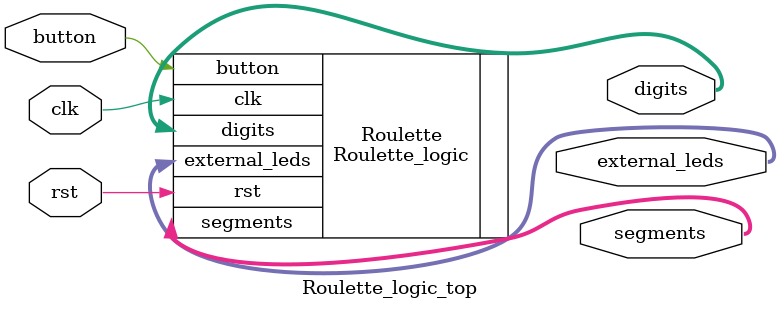
<source format=sv>
`timescale 1ns / 1ps


module Roulette_logic_top(
    input logic clk,rst,
    input logic button,              //butona basilinca bu sinyal yuksege cekilecek
    
    output logic [7:0] digits,   //basamaklar
    output logic [6:0] segments,  //7 segmentin bolumleri 
    output logic [15:0] external_leds
    );
    
    Roulette_logic Roulette (
    .clk(clk),
    .rst(rst),
    .button(button),
    .digits(digits),
    .segments(segments),
    .external_leds(external_leds)
    
    );
endmodule

</source>
